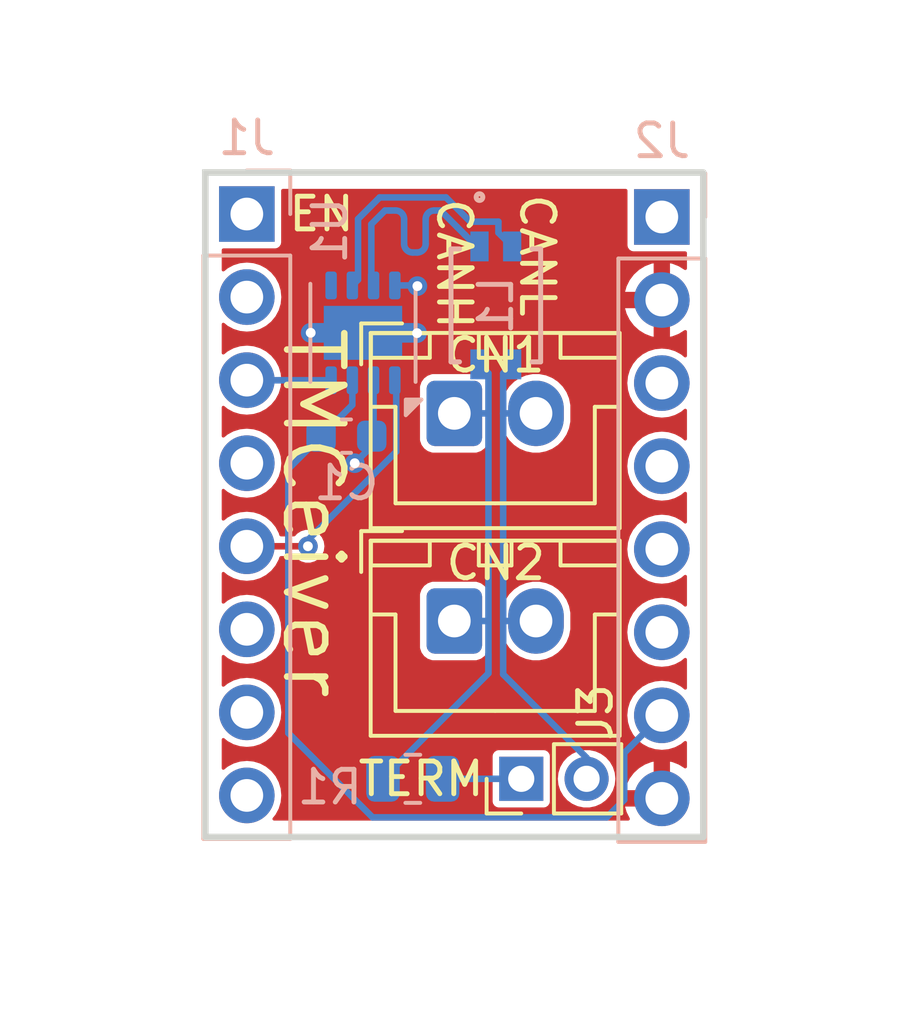
<source format=kicad_pcb>
(kicad_pcb (version 20240108) (generator "pcbnew") (generator_version "8.0")
  (title_block (title "TMCeiver") (date "2024-08-22") (rev "0.1") (company "Octule"))
  (layers (0 "F.Cu" signal) (31 "B.Cu" signal) (34 "B.Paste" user) (35 "F.Paste" user) (36 "B.SilkS" user "B.Silkscreen") (37 "F.SilkS" user "F.Silkscreen") (38 "B.Mask" user) (39 "F.Mask" user) (44 "Edge.Cuts" user))
  (net 0 "")
  (net 1 "GND")
  (net 2 "+5V")
  (net 3 "/can-")
  (net 4 "/can+")
  (net 9 "/CAN_RX")
  (net 11 "/CAN_TX")
  (net 18 "Net-(J3-Pin_1)")
  (net 20 "/can_P")
  (net 21 "/can_N")
  (footprint "Connector_PinHeader_2.00mm:PinHeader_1x02_P2.00mm_Vertical" (layer "F.Cu") (at 107.458 73.152 90)
    (property "Reference" "J3" (at 2.032 2.27 90) (layer "F.SilkS"))
    (property "Value" "ZX-PZ2.0-1-2PZZ")
    (fp_line (start -1.06 -1.06) (end 0 -1.06) (stroke (width 0.12)) (layer "F.SilkS"))
    (fp_line (start -1.06 0) (end -1.06 -1.06) (stroke (width 0.12)) (layer "F.SilkS"))
    (fp_line (start 1.06 1) (end 1.06 3.06) (stroke (width 0.12)) (layer "F.SilkS"))
    (fp_line (start -1.06 1) (end 1.06 1) (stroke (width 0.12)) (layer "F.SilkS"))
    (fp_line (start -1.06 1) (end -1.06 3.06) (stroke (width 0.12)) (layer "F.SilkS"))
    (fp_line (start -1.06 3.06) (end 1.06 3.06) (stroke (width 0.12)) (layer "F.SilkS"))
    (pad "1" thru_hole rect (at 0 0 90) (size 1.35 1.35) (drill 0.8) (layers "*.Cu" "*.Mask") (net 18 "Net-(J3-Pin_1)"))
    (pad "2" thru_hole oval (at 0 2 90) (size 1.35 1.35) (drill 0.8) (layers "*.Cu" "*.Mask") (net 3 "/can-"))
  )
  (footprint "Connector_JST:JST_XH_B2B-XH-A_1x02_P2.50mm_Vertical" (layer "F.Cu") (at 105.41 68.326)
    (property "Reference" "CN2" (at 1.27 -1.778 0) (layer "F.SilkS"))
    (property "Value" "B2B-XH-A (LF)(SN)")
    (fp_line (start -2.85 -2.75) (end -2.85 -1.5) (stroke (width 0.12)) (layer "F.SilkS"))
    (fp_line (start -2.56 -2.46) (end -2.56 3.51) (stroke (width 0.12)) (layer "F.SilkS"))
    (fp_line (start -2.56 3.51) (end 5.06 3.51) (stroke (width 0.12)) (layer "F.SilkS"))
    (fp_line (start -2.55 -2.45) (end -2.55 -1.7) (stroke (width 0.12)) (layer "F.SilkS"))
    (fp_line (start -2.55 -1.7) (end -0.75 -1.7) (stroke (width 0.12)) (layer "F.SilkS"))
    (fp_line (start -2.55 -0.2) (end -1.8 -0.2) (stroke (width 0.12)) (layer "F.SilkS"))
    (fp_line (start -1.8 -0.2) (end -1.8 2.75) (stroke (width 0.12)) (layer "F.SilkS"))
    (fp_line (start -1.8 2.75) (end 1.25 2.75) (stroke (width 0.12)) (layer "F.SilkS"))
    (fp_line (start -1.6 -2.75) (end -2.85 -2.75) (stroke (width 0.12)) (layer "F.SilkS"))
    (fp_line (start -0.75 -2.45) (end -2.55 -2.45) (stroke (width 0.12)) (layer "F.SilkS"))
    (fp_line (start -0.75 -1.7) (end -0.75 -2.45) (stroke (width 0.12)) (layer "F.SilkS"))
    (fp_line (start 0.75 -2.45) (end 0.75 -1.7) (stroke (width 0.12)) (layer "F.SilkS"))
    (fp_line (start 0.75 -1.7) (end 1.75 -1.7) (stroke (width 0.12)) (layer "F.SilkS"))
    (fp_line (start 1.75 -2.45) (end 0.75 -2.45) (stroke (width 0.12)) (layer "F.SilkS"))
    (fp_line (start 1.75 -1.7) (end 1.75 -2.45) (stroke (width 0.12)) (layer "F.SilkS"))
    (fp_line (start 3.25 -2.45) (end 3.25 -1.7) (stroke (width 0.12)) (layer "F.SilkS"))
    (fp_line (start 3.25 -1.7) (end 5.05 -1.7) (stroke (width 0.12)) (layer "F.SilkS"))
    (fp_line (start 4.3 -0.2) (end 4.3 2.75) (stroke (width 0.12)) (layer "F.SilkS"))
    (fp_line (start 4.3 2.75) (end 1.25 2.75) (stroke (width 0.12)) (layer "F.SilkS"))
    (fp_line (start 5.05 -2.45) (end 3.25 -2.45) (stroke (width 0.12)) (layer "F.SilkS"))
    (fp_line (start 5.05 -1.7) (end 5.05 -2.45) (stroke (width 0.12)) (layer "F.SilkS"))
    (fp_line (start 5.05 -0.2) (end 4.3 -0.2) (stroke (width 0.12)) (layer "F.SilkS"))
    (fp_line (start 5.06 -2.46) (end -2.56 -2.46) (stroke (width 0.12)) (layer "F.SilkS"))
    (fp_line (start 5.06 3.51) (end 5.06 -2.46) (stroke (width 0.12)) (layer "F.SilkS"))
    (pad "1" thru_hole roundrect (at 0 0) (size 1.7 2) (drill 1) (layers "*.Cu" "*.Mask") (roundrect_rratio 0.147059) (net 4 "/can+"))
    (pad "2" thru_hole oval (at 2.5 0) (size 1.7 2) (drill 1) (layers "*.Cu" "*.Mask") (net 3 "/can-"))
  )
  (footprint "Connector_JST:JST_XH_B2B-XH-A_1x02_P2.50mm_Vertical" (layer "F.Cu") (at 105.41 61.976)
    (property "Reference" "CN1" (at 1.25 -1.778 0) (layer "F.SilkS"))
    (property "Value" "B2B-XH-A (LF)(SN)")
    (fp_line (start -2.85 -2.75) (end -2.85 -1.5) (stroke (width 0.12)) (layer "F.SilkS"))
    (fp_line (start -2.56 -2.46) (end -2.56 3.51) (stroke (width 0.12)) (layer "F.SilkS"))
    (fp_line (start -2.56 3.51) (end 5.06 3.51) (stroke (width 0.12)) (layer "F.SilkS"))
    (fp_line (start -2.55 -2.45) (end -2.55 -1.7) (stroke (width 0.12)) (layer "F.SilkS"))
    (fp_line (start -2.55 -1.7) (end -0.75 -1.7) (stroke (width 0.12)) (layer "F.SilkS"))
    (fp_line (start -2.55 -0.2) (end -1.8 -0.2) (stroke (width 0.12)) (layer "F.SilkS"))
    (fp_line (start -1.8 -0.2) (end -1.8 2.75) (stroke (width 0.12)) (layer "F.SilkS"))
    (fp_line (start -1.8 2.75) (end 1.25 2.75) (stroke (width 0.12)) (layer "F.SilkS"))
    (fp_line (start -1.6 -2.75) (end -2.85 -2.75) (stroke (width 0.12)) (layer "F.SilkS"))
    (fp_line (start -0.75 -2.45) (end -2.55 -2.45) (stroke (width 0.12)) (layer "F.SilkS"))
    (fp_line (start -0.75 -1.7) (end -0.75 -2.45) (stroke (width 0.12)) (layer "F.SilkS"))
    (fp_line (start 0.75 -2.45) (end 0.75 -1.7) (stroke (width 0.12)) (layer "F.SilkS"))
    (fp_line (start 0.75 -1.7) (end 1.75 -1.7) (stroke (width 0.12)) (layer "F.SilkS"))
    (fp_line (start 1.75 -2.45) (end 0.75 -2.45) (stroke (width 0.12)) (layer "F.SilkS"))
    (fp_line (start 1.75 -1.7) (end 1.75 -2.45) (stroke (width 0.12)) (layer "F.SilkS"))
    (fp_line (start 3.25 -2.45) (end 3.25 -1.7) (stroke (width 0.12)) (layer "F.SilkS"))
    (fp_line (start 3.25 -1.7) (end 5.05 -1.7) (stroke (width 0.12)) (layer "F.SilkS"))
    (fp_line (start 4.3 -0.2) (end 4.3 2.75) (stroke (width 0.12)) (layer "F.SilkS"))
    (fp_line (start 4.3 2.75) (end 1.25 2.75) (stroke (width 0.12)) (layer "F.SilkS"))
    (fp_line (start 5.05 -2.45) (end 3.25 -2.45) (stroke (width 0.12)) (layer "F.SilkS"))
    (fp_line (start 5.05 -1.7) (end 5.05 -2.45) (stroke (width 0.12)) (layer "F.SilkS"))
    (fp_line (start 5.05 -0.2) (end 4.3 -0.2) (stroke (width 0.12)) (layer "F.SilkS"))
    (fp_line (start 5.06 -2.46) (end -2.56 -2.46) (stroke (width 0.12)) (layer "F.SilkS"))
    (fp_line (start 5.06 3.51) (end 5.06 -2.46) (stroke (width 0.12)) (layer "F.SilkS"))
    (pad "1" thru_hole roundrect (at 0 0) (size 1.7 2) (drill 1) (layers "*.Cu" "*.Mask") (roundrect_rratio 0.147059) (net 4 "/can+"))
    (pad "2" thru_hole oval (at 2.5 0) (size 1.7 2) (drill 1) (layers "*.Cu" "*.Mask") (net 3 "/can-"))
  )
  (footprint "Connector_PinHeader_2.54mm:PinHeader_1x08_P2.54mm_Vertical" (layer "B.Cu") (at 99.06 55.88 180)
    (property "Reference" "J1" (at 0 2.33 0) (layer "B.SilkS") (effects (justify mirror)))
    (property "Value" "B-2100S08P-A110")
    (fp_line (start 1.33 -1.27) (end -1.33 -1.27) (stroke (width 0.12)) (layer "B.SilkS"))
    (fp_line (start 1.33 -19.11) (end 1.33 -1.27) (stroke (width 0.12)) (layer "B.SilkS"))
    (fp_line (start 1.33 -19.11) (end -1.33 -19.11) (stroke (width 0.12)) (layer "B.SilkS"))
    (fp_line (start 0 1.33) (end -1.33 1.33) (stroke (width 0.12)) (layer "B.SilkS"))
    (fp_line (start -1.33 1.33) (end -1.33 0) (stroke (width 0.12)) (layer "B.SilkS"))
    (fp_line (start -1.33 -19.11) (end -1.33 -1.27) (stroke (width 0.12)) (layer "B.SilkS"))
    (pad "1" thru_hole rect (at 0 0 180) (size 1.7 1.7) (drill 1) (layers "*.Cu" "*.Mask"))
    (pad "2" thru_hole oval (at 0 -2.54 180) (size 1.7 1.7) (drill 1) (layers "*.Cu" "*.Mask"))
    (pad "3" thru_hole oval (at 0 -5.08 180) (size 1.7 1.7) (drill 1) (layers "*.Cu" "*.Mask") (net 9 "/CAN_RX"))
    (pad "4" thru_hole oval (at 0 -7.62 180) (size 1.7 1.7) (drill 1) (layers "*.Cu" "*.Mask"))
    (pad "5" thru_hole oval (at 0 -10.16 180) (size 1.7 1.7) (drill 1) (layers "*.Cu" "*.Mask") (net 11 "/CAN_TX"))
    (pad "6" thru_hole oval (at 0 -12.7 180) (size 1.7 1.7) (drill 1) (layers "*.Cu" "*.Mask"))
    (pad "7" thru_hole oval (at 0 -15.24 180) (size 1.7 1.7) (drill 1) (layers "*.Cu" "*.Mask"))
    (pad "8" thru_hole oval (at 0 -17.78 180) (size 1.7 1.7) (drill 1) (layers "*.Cu" "*.Mask"))
  )
  (footprint "Capacitor_SMD:C_0603_1608Metric" (layer "B.Cu") (at 102.108 62.673066)
    (property "Reference" "C1" (at 0 1.43 0) (layer "B.SilkS") (effects (justify mirror)))
    (property "Value" "CL10B104KB8NNNC")
    (fp_line (start 0.14058 -0.51) (end -0.14058 -0.51) (stroke (width 0.12)) (layer "B.SilkS"))
    (fp_line (start 0.14058 0.51) (end -0.14058 0.51) (stroke (width 0.12)) (layer "B.SilkS"))
    (pad "1" smd roundrect (at -0.775 0) (size 0.9 0.95) (layers "B.Cu" "B.Paste" "B.Mask") (net 2 "+5V"))
    (pad "2" smd roundrect (at 0.775 0) (size 0.9 0.95) (layers "B.Cu" "B.Paste" "B.Mask") (net 1 "GND"))
  )
  (footprint "Connector_PinHeader_2.54mm:PinHeader_1x08_P2.54mm_Vertical" (layer "B.Cu") (at 111.76 55.97 180)
    (property "Reference" "J2" (at 0 2.33 0) (layer "B.SilkS") (effects (justify mirror)))
    (property "Value" "B-2100S08P-A110")
    (fp_line (start 1.33 -1.27) (end -1.33 -1.27) (stroke (width 0.12)) (layer "B.SilkS"))
    (fp_line (start 1.33 -19.11) (end 1.33 -1.27) (stroke (width 0.12)) (layer "B.SilkS"))
    (fp_line (start 1.33 -19.11) (end -1.33 -19.11) (stroke (width 0.12)) (layer "B.SilkS"))
    (fp_line (start 0 1.33) (end -1.33 1.33) (stroke (width 0.12)) (layer "B.SilkS"))
    (fp_line (start -1.33 1.33) (end -1.33 0) (stroke (width 0.12)) (layer "B.SilkS"))
    (fp_line (start -1.33 -19.11) (end -1.33 -1.27) (stroke (width 0.12)) (layer "B.SilkS"))
    (pad "1" thru_hole rect (at 0 0 180) (size 1.7 1.7) (drill 1) (layers "*.Cu" "*.Mask"))
    (pad "2" thru_hole oval (at 0 -2.54 180) (size 1.7 1.7) (drill 1) (layers "*.Cu" "*.Mask") (net 1 "GND"))
    (pad "3" thru_hole oval (at 0 -5.08 180) (size 1.7 1.7) (drill 1) (layers "*.Cu" "*.Mask"))
    (pad "4" thru_hole oval (at 0 -7.62 180) (size 1.7 1.7) (drill 1) (layers "*.Cu" "*.Mask"))
    (pad "5" thru_hole oval (at 0 -10.16 180) (size 1.7 1.7) (drill 1) (layers "*.Cu" "*.Mask"))
    (pad "6" thru_hole oval (at 0 -12.7 180) (size 1.7 1.7) (drill 1) (layers "*.Cu" "*.Mask"))
    (pad "7" thru_hole oval (at 0 -15.24 180) (size 1.7 1.7) (drill 1) (layers "*.Cu" "*.Mask") (net 2 "+5V"))
    (pad "8" thru_hole oval (at 0 -17.78 180) (size 1.7 1.7) (drill 1) (layers "*.Cu" "*.Mask") (net 1 "GND"))
  )
  (footprint "TDK_ACT1210:CHOKE_10-2P-TL00_TDK" (layer "B.Cu") (at 106.68 58.674 -90)
    (property "Reference" "L1" (at 0 0 90) (layer "B.SilkS") (effects (justify mirror)))
    (property "Value" "ACT1210-510-2P-TL00")
    (fp_line (start -1.7272 1.3716) (end 1.7272 1.3716) (stroke (width 0.1524)) (layer "B.SilkS"))
    (fp_line (start 1.7272 1.3716) (end 1.7272 1.112139) (stroke (width 0.1524)) (layer "B.SilkS"))
    (fp_line (start -1.7272 1.112139) (end -1.7272 1.3716) (stroke (width 0.1524)) (layer "B.SilkS"))
    (fp_line (start 1.7272 -1.112139) (end 1.7272 -1.3716) (stroke (width 0.1524)) (layer "B.SilkS"))
    (fp_line (start -1.7272 -1.3716) (end -1.7272 -1.112139) (stroke (width 0.1524)) (layer "B.SilkS"))
    (fp_line (start 1.7272 -1.3716) (end -1.7272 -1.3716) (stroke (width 0.1524)) (layer "B.SilkS"))
    (fp_circle (center -3.3114 0.5) (end -3.2098 0.5) (stroke (width 0.1524)) (fill none) (layer "B.SilkS"))
    (pad "1" smd rect (at -1.8034 0.499999 270) (size 0.9144 0.5588) (layers "B.Cu" "B.Paste" "B.Mask") (net 20 "/can_P"))
    (pad "2" smd rect (at -1.8034 -0.499999 270) (size 0.9144 0.5588) (layers "B.Cu" "B.Paste" "B.Mask") (net 21 "/can_N"))
    (pad "3" smd rect (at 1.8034 -0.499999 270) (size 0.9144 0.5588) (layers "B.Cu" "B.Paste" "B.Mask") (net 3 "/can-"))
    (pad "4" smd rect (at 1.8034 0.499999 270) (size 0.9144 0.5588) (layers "B.Cu" "B.Paste" "B.Mask") (net 4 "/can+"))
  )
  (footprint "Resistor_SMD:R_0805_2012Metric" (layer "B.Cu") (at 104.14 73.152)
    (property "Reference" "R1" (at -2.54 0.254 0) (layer "B.SilkS") (effects (justify mirror)))
    (property "Value" "RC0805FR-07120RL")
    (fp_line (start 0.227064 -0.735) (end -0.227064 -0.735) (stroke (width 0.12)) (layer "B.SilkS"))
    (fp_line (start 0.227064 0.735) (end -0.227064 0.735) (stroke (width 0.12)) (layer "B.SilkS"))
    (pad "1" smd roundrect (at -0.9125 0) (size 1.025 1.4) (layers "B.Cu" "B.Paste" "B.Mask") (roundrect_rratio 0.243902) (net 4 "/can+"))
    (pad "2" smd roundrect (at 0.9125 0) (size 1.025 1.4) (layers "B.Cu" "B.Paste" "B.Mask") (roundrect_rratio 0.243902) (net 18 "Net-(J3-Pin_1)"))
  )
  (footprint "Package_SON:VSON-8-1EP_3x3mm_P0.65mm_EP1.65x2.4mm" (layer "B.Cu") (at 102.614332 59.513474 90)
    (property "Reference" "U1" (at 3.125474 -1.014332 90) (layer "B.SilkS") (effects (justify mirror)))
    (property "Value" "TCAN1044ADRBRQ1")
    (fp_line (start 1.5 -1.61) (end -1.5 -1.61) (stroke (width 0.12)) (layer "B.SilkS"))
    (fp_line (start 1.5 1.61) (end -1.5 1.61) (stroke (width 0.12)) (layer "B.SilkS"))
    (fp_poly (pts (xy -2.04 1.31) (xy -2.52 1.31) (xy -2.04 1.79) (xy -2.04 1.31)) (stroke (width 0.12)) (fill solid) (layer "B.SilkS"))
    (pad "1" smd roundrect (at -1.45 0.975 90) (size 0.85 0.35) (layers "B.Cu" "B.Paste" "B.Mask") (net 11 "/CAN_TX"))
    (pad "2" smd roundrect (at -1.45 0.325 90) (size 0.85 0.35) (layers "B.Cu" "B.Paste" "B.Mask") (net 1 "GND"))
    (pad "3" smd roundrect (at -1.45 -0.325 90) (size 0.85 0.35) (layers "B.Cu" "B.Paste" "B.Mask") (net 2 "+5V"))
    (pad "4" smd roundrect (at -1.45 -0.975 90) (size 0.85 0.35) (layers "B.Cu" "B.Paste" "B.Mask") (net 9 "/CAN_RX"))
    (pad "5" smd roundrect (at 1.45 -0.975 90) (size 0.85 0.35) (layers "B.Cu" "B.Paste" "B.Mask"))
    (pad "6" smd roundrect (at 1.45 -0.325 90) (size 0.85 0.35) (layers "B.Cu" "B.Paste" "B.Mask") (net 21 "/can_N"))
    (pad "7" smd roundrect (at 1.45 0.325 90) (size 0.85 0.35) (layers "B.Cu" "B.Paste" "B.Mask") (net 20 "/can_P"))
    (pad "8" smd roundrect (at 1.45 0.975 90) (size 0.85 0.35) (layers "B.Cu" "B.Paste" "B.Mask") (net 1 "GND"))
    (pad "9" smd rect (at 0 0 90) (size 1.65 2.4) (property pad_prop_heatsink) (layers "B.Cu" "B.Mask") (net 1 "GND"))
  )
  (gr_rect (start 97.79 54.61) (end 113.03 74.93) (stroke (width 0.2)) (fill none) (layer "Edge.Cuts"))
  (gr_text "CANL" (at 107.95 57.15 -90) (layer "F.SilkS") (effects (font (size 1 1))))
  (gr_text "TERM" (at 104.394 73.152 0) (layer "F.SilkS") (effects (font (size 1 1))))
  (gr_text "CANH" (at 105.41 57.404 -90) (layer "F.SilkS") (effects (font (size 1 1))))
  (gr_text "TMCeiver" (at 101.092 65.024 -90) (layer "F.SilkS") (effects (font (size 1.75 1.75) (thickness 0.2))))
  (gr_text "EN" (at 101.346 55.88 0) (layer "F.SilkS") (effects (font (size 1 1))))
  (via (at 104.280008 58.083877) (size 0.6) (drill 0.3) (layers "F.Cu" "B.Cu") (net 1))
  (via (at 104.270213 59.521795) (size 0.6) (drill 0.3) (layers "F.Cu" "B.Cu") (net 1))
  (via (at 102.362 63.5) (size 0.6) (drill 0.3) (layers "F.Cu" "B.Cu") (net 1))
  (via (at 101.014774 59.511708) (size 0.6) (drill 0.3) (layers "F.Cu" "B.Cu") (net 1))
  (segment (start 102.883 62.673066) (end 102.939332 62.616734) (width 0.2) (layer "B.Cu") (net 1))
  (segment (start 102.614332 59.513474) (end 102.939332 59.838474) (width 0.2) (layer "B.Cu") (net 1))
  (segment (start 102.939332 62.616734) (end 102.939332 60.963474) (width 0.2) (layer "B.Cu") (net 1))
  (segment (start 102.883 62.738) (end 102.941 62.68) (width 0.2) (layer "B.Cu") (net 1))
  (segment (start 104.259605 58.063474) (end 104.280008 58.083877) (width 0.2) (layer "B.Cu") (net 1))
  (segment (start 101.01654 59.513474) (end 101.014774 59.511708) (width 0.2) (layer "B.Cu") (net 1))
  (segment (start 102.883 62.979) (end 102.883 62.673066) (width 0.2) (layer "B.Cu") (net 1))
  (segment (start 103.589332 58.063474) (end 104.259605 58.063474) (width 0.2) (layer "B.Cu") (net 1))
  (segment (start 102.614332 59.513474) (end 101.01654 59.513474) (width 0.6) (layer "B.Cu") (net 1))
  (segment (start 104.261892 59.513474) (end 104.270213 59.521795) (width 0.2) (layer "B.Cu") (net 1))
  (segment (start 102.362 63.5) (end 102.883 62.979) (width 0.2) (layer "B.Cu") (net 1))
  (segment (start 102.614332 59.513474) (end 104.261892 59.513474) (width 0.6) (layer "B.Cu") (net 1))
  (segment (start 100.33 71.751744) (end 100.33 63.676066) (width 0.2) (layer "B.Cu") (net 2))
  (segment (start 102.289332 61.716734) (end 102.289332 60.963474) (width 0.2) (layer "B.Cu") (net 2))
  (segment (start 102.908256 74.33) (end 100.33 71.751744) (width 0.2) (layer "B.Cu") (net 2))
  (segment (start 110.61 72.36) (end 110.61 73.794) (width 0.2) (layer "B.Cu") (net 2))
  (segment (start 111.76 71.21) (end 110.61 72.36) (width 0.2) (layer "B.Cu") (net 2))
  (segment (start 110.61 73.794) (end 110.074 74.33) (width 0.2) (layer "B.Cu") (net 2))
  (segment (start 100.33 63.676066) (end 101.333 62.673066) (width 0.2) (layer "B.Cu") (net 2))
  (segment (start 101.333 62.673066) (end 102.289332 61.716734) (width 0.2) (layer "B.Cu") (net 2))
  (segment (start 110.074 74.33) (end 102.908256 74.33) (width 0.2) (layer "B.Cu") (net 2))
  (segment (start 106.905 61.976) (end 106.905 60.752399) (width 0.2) (layer "B.Cu") (net 3))
  (segment (start 107.91 61.976) (end 106.905 61.976) (width 0.2) (layer "B.Cu") (net 3))
  (segment (start 106.905 68.326) (end 106.905 61.976) (width 0.2) (layer "B.Cu") (net 3))
  (segment (start 109.458 72.509) (end 106.905 69.956) (width 0.2) (layer "B.Cu") (net 3))
  (segment (start 109.458 73.152) (end 109.458 72.509) (width 0.2) (layer "B.Cu") (net 3))
  (segment (start 107.91 68.326) (end 106.905 68.326) (width 0.2) (layer "B.Cu") (net 3))
  (segment (start 106.905 60.752399) (end 107.179999 60.4774) (width 0.2) (layer "B.Cu") (net 3))
  (segment (start 106.905 69.956) (end 106.905 68.326) (width 0.2) (layer "B.Cu") (net 3))
  (segment (start 109.458 73.66) (end 109.458 73.152) (width 0.2) (layer "B.Cu") (net 3))
  (segment (start 103.2275 73.152) (end 106.455 69.9245) (width 0.2) (layer "B.Cu") (net 4))
  (segment (start 105.41 68.326) (end 106.455 68.326) (width 0.2) (layer "B.Cu") (net 4))
  (segment (start 106.455 69.342) (end 106.455 69.896585) (width 0.2) (layer "B.Cu") (net 4))
  (segment (start 106.455 60.752399) (end 106.455 61.976) (width 0.2) (layer "B.Cu") (net 4))
  (segment (start 106.180001 60.4774) (end 106.455 60.752399) (width 0.2) (layer "B.Cu") (net 4))
  (segment (start 105.41 61.976) (end 106.455 61.976) (width 0.2) (layer "B.Cu") (net 4))
  (segment (start 103.2275 73.66) (end 103.2275 73.152) (width 0.2) (layer "B.Cu") (net 4))
  (segment (start 106.455 61.976) (end 106.455 68.326) (width 0.2) (layer "B.Cu") (net 4))
  (segment (start 106.455 68.326) (end 106.455 69.342) (width 0.2) (layer "B.Cu") (net 4))
  (segment (start 106.455 69.9245) (end 106.455 69.342) (width 0.2) (layer "B.Cu") (net 4))
  (segment (start 101.639332 60.963474) (end 99.063474 60.963474) (width 0.2) (layer "B.Cu") (net 9))
  (segment (start 99.063474 60.963474) (end 99.06 60.96) (width 0.2) (layer "B.Cu") (net 9))
  (segment (start 99.06 66.04) (end 100.93 66.04) (width 0.2) (layer "F.Cu") (net 11))
  (via (at 100.93 66.04) (size 0.6) (drill 0.3) (layers "F.Cu" "B.Cu") (net 11))
  (segment (start 103.633 63.146762) (end 103.633 61.007142) (width 0.2) (layer "B.Cu") (net 11))
  (segment (start 100.93 65.849762) (end 103.633 63.146762) (width 0.2) (layer "B.Cu") (net 11))
  (segment (start 103.633 61.007142) (end 103.589332 60.963474) (width 0.2) (layer "B.Cu") (net 11))
  (segment (start 100.93 66.04) (end 100.93 65.849762) (width 0.2) (layer "B.Cu") (net 11))
  (segment (start 107.458 73.152) (end 105.0525 73.152) (width 0.2) (layer "B.Cu") (net 18))
  (segment (start 105.731714 56.5134) (end 105.4974 56.279085) (width 0.2) (layer "B.Cu") (net 20))
  (segment (start 102.87 56.191686) (end 102.87 57.994142) (width 0.2) (layer "B.Cu") (net 20))
  (segment (start 103.873082 56.792281) (end 103.873082 56.036) (width 0.2) (layer "B.Cu") (net 20))
  (segment (start 103.609082 55.772) (end 103.477082 55.772) (width 0.2) (layer "B.Cu") (net 20))
  (segment (start 102.87 57.994142) (end 102.939332 58.063474) (width 0.2) (layer "B.Cu") (net 20))
  (segment (start 105.4974 56.279085) (end 104.990314 55.772) (width 0.2) (layer "B.Cu") (net 20))
  (segment (start 104.533082 56.036) (end 104.533082 56.792281) (width 0.2) (layer "B.Cu") (net 20))
  (segment (start 104.990314 55.772) (end 104.797082 55.772) (width 0.2) (layer "B.Cu") (net 20))
  (segment (start 106.180001 56.8706) (end 106.088915 56.8706) (width 0.2) (layer "B.Cu") (net 20))
  (segment (start 105.731715 56.5134) (end 105.731714 56.5134) (width 0.2) (layer "B.Cu") (net 20))
  (segment (start 103.477082 55.772) (end 103.413751 55.772) (width 0.2) (layer "B.Cu") (net 20))
  (segment (start 104.269082 57.056281) (end 104.137082 57.056281) (width 0.2) (layer "B.Cu") (net 20))
  (segment (start 103.413751 55.772) (end 103.289686 55.772) (width 0.2) (layer "B.Cu") (net 20))
  (segment (start 106.088915 56.8706) (end 105.731715 56.5134) (width 0.2) (layer "B.Cu") (net 20))
  (segment (start 103.289686 55.772) (end 102.87 56.191686) (width 0.2) (layer "B.Cu") (net 20))
  (arc (start 104.137082 57.056281) (mid 103.950406 56.978957) (end 103.873082 56.792281) (width 0.2) (layer "B.Cu") (net 20))
  (arc (start 104.797082 55.772) (mid 104.610406 55.849324) (end 104.533082 56.036) (width 0.2) (layer "B.Cu") (net 20))
  (arc (start 103.873082 56.036) (mid 103.795758 55.849324) (end 103.609082 55.772) (width 0.2) (layer "B.Cu") (net 20))
  (arc (start 104.533082 56.792281) (mid 104.455758 56.978957) (end 104.269082 57.056281) (width 0.2) (layer "B.Cu") (net 20))
  (segment (start 107.179999 56.8706) (end 106.759401 56.450002) (width 0.2) (layer "B.Cu") (net 21))
  (segment (start 105.156 55.372) (end 103.124 55.372) (width 0.2) (layer "B.Cu") (net 21))
  (segment (start 106.759401 56.450002) (end 106.759401 56.1134) (width 0.2) (layer "B.Cu") (net 21))
  (segment (start 103.124 55.372) (end 102.464332 56.031668) (width 0.2) (layer "B.Cu") (net 21))
  (segment (start 105.8974 56.1134) (end 105.156 55.372) (width 0.2) (layer "B.Cu") (net 21))
  (segment (start 102.464332 57.888474) (end 102.289332 58.063474) (width 0.2) (layer "B.Cu") (net 21))
  (segment (start 102.464332 56.031668) (end 102.464332 57.888474) (width 0.2) (layer "B.Cu") (net 21))
  (segment (start 106.759401 56.1134) (end 105.8974 56.1134) (width 0.2) (layer "B.Cu") (net 21))
  (zone (net 1) (net_name "GND") (layer "F.Cu") (connect_pads (clearance 0.2)) (min_thickness 0.1) (fill yes (thermal_gap 0.3) (thermal_bridge_width 0.5))
    (polygon (pts (xy 97.282 54.102) (xy 113.538 54.102) (xy 113.538 75.438) (xy 97.282 75.438)))
  )
)
</source>
